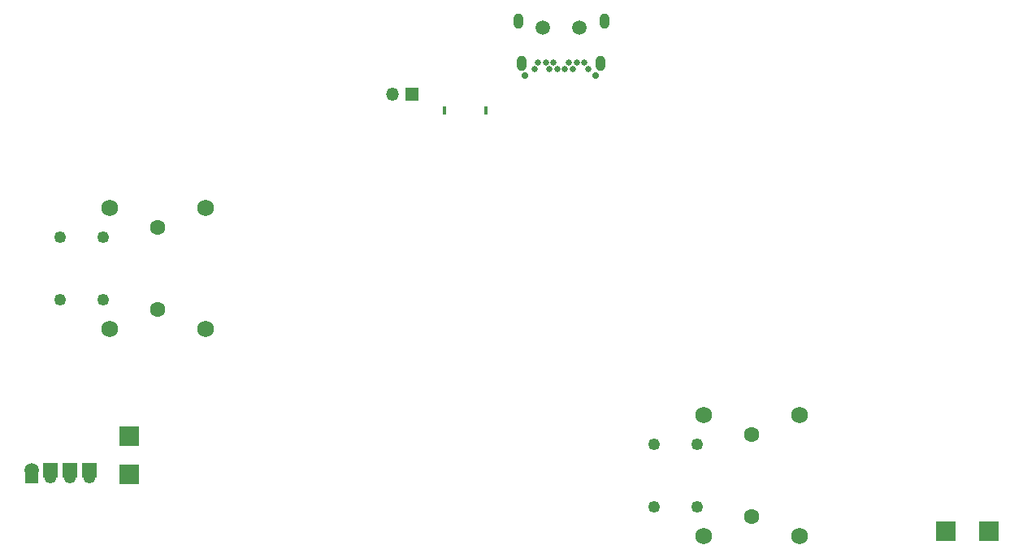
<source format=gbr>
G04 #@! TF.GenerationSoftware,KiCad,Pcbnew,7.0.6*
G04 #@! TF.CreationDate,2024-01-02T21:36:57-08:00*
G04 #@! TF.ProjectId,procon_gcc_main_pcb,70726f63-6f6e-45f6-9763-635f6d61696e,1*
G04 #@! TF.SameCoordinates,Original*
G04 #@! TF.FileFunction,Soldermask,Bot*
G04 #@! TF.FilePolarity,Negative*
%FSLAX46Y46*%
G04 Gerber Fmt 4.6, Leading zero omitted, Abs format (unit mm)*
G04 Created by KiCad (PCBNEW 7.0.6) date 2024-01-02 21:36:57*
%MOMM*%
%LPD*%
G01*
G04 APERTURE LIST*
%ADD10O,0.400000X0.900000*%
%ADD11C,1.750000*%
%ADD12C,1.600000*%
%ADD13C,1.250000*%
%ADD14R,2.000000X2.000000*%
%ADD15R,1.350000X1.350000*%
%ADD16O,1.350000X1.350000*%
%ADD17C,0.700000*%
%ADD18C,0.650000*%
%ADD19O,1.000000X1.600000*%
%ADD20C,1.500000*%
%ADD21R,1.500000X1.500000*%
G04 APERTURE END LIST*
D10*
X126333519Y-101965000D03*
X130633519Y-101965000D03*
D11*
X153320200Y-133697000D03*
X153320200Y-146347000D03*
D12*
X158320200Y-135722000D03*
X158320200Y-144322000D03*
D11*
X163320200Y-133697000D03*
X163320200Y-146347000D03*
D13*
X152670200Y-136772000D03*
X152670200Y-143272000D03*
X148170200Y-136772000D03*
X148170200Y-143272000D03*
D11*
X91377000Y-112107600D03*
X91377000Y-124757600D03*
D12*
X96377000Y-114132600D03*
X96377000Y-122732600D03*
D11*
X101377000Y-112107600D03*
X101377000Y-124757600D03*
D13*
X90727000Y-115182600D03*
X90727000Y-121682600D03*
X86227000Y-115182600D03*
X86227000Y-121682600D03*
D14*
X183062000Y-145848750D03*
X93413992Y-139903200D03*
D15*
X83274400Y-140182600D03*
D16*
X85274400Y-140182600D03*
X87274400Y-140182600D03*
X89274400Y-140182600D03*
D15*
X122920000Y-100228400D03*
D16*
X120920000Y-100228400D03*
D17*
X142060000Y-98275000D03*
X134710000Y-98275000D03*
D18*
X135660000Y-97625000D03*
X136060000Y-96925000D03*
X136860000Y-96925000D03*
X137260000Y-97625000D03*
X137660000Y-96925000D03*
X138060000Y-97625000D03*
X138860000Y-97625000D03*
X139260000Y-96925000D03*
X139660000Y-97625000D03*
X140060000Y-96925000D03*
X140860000Y-96925000D03*
X141260000Y-97625000D03*
D19*
X142950000Y-92635000D03*
X142590000Y-97025000D03*
X134330000Y-97025000D03*
X133970000Y-92635000D03*
D14*
X93413992Y-135909304D03*
X178562000Y-145848750D03*
D20*
X136575800Y-93294200D03*
X140360400Y-93294200D03*
D21*
X89275000Y-139500000D03*
X87275000Y-139475000D03*
X85275000Y-139500000D03*
D20*
X83275000Y-139475000D03*
M02*

</source>
